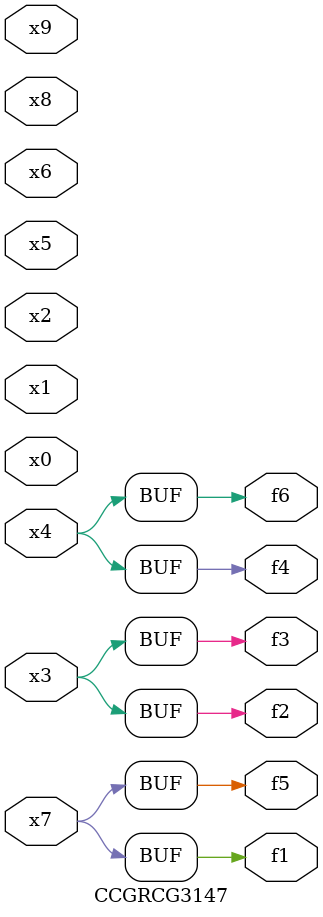
<source format=v>
module CCGRCG3147(
	input x0, x1, x2, x3, x4, x5, x6, x7, x8, x9,
	output f1, f2, f3, f4, f5, f6
);
	assign f1 = x7;
	assign f2 = x3;
	assign f3 = x3;
	assign f4 = x4;
	assign f5 = x7;
	assign f6 = x4;
endmodule

</source>
